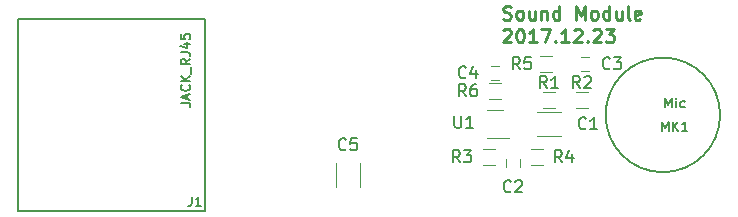
<source format=gbr>
G04 #@! TF.FileFunction,Legend,Top*
%FSLAX46Y46*%
G04 Gerber Fmt 4.6, Leading zero omitted, Abs format (unit mm)*
G04 Created by KiCad (PCBNEW 4.0.7) date 01/10/18 16:34:07*
%MOMM*%
%LPD*%
G01*
G04 APERTURE LIST*
%ADD10C,0.150000*%
%ADD11C,0.228600*%
%ADD12C,0.120000*%
%ADD13C,0.149860*%
%ADD14C,0.152400*%
G04 APERTURE END LIST*
D10*
D11*
X63717714Y-27431093D02*
X63881000Y-27485521D01*
X64153143Y-27485521D01*
X64262000Y-27431093D01*
X64316429Y-27376664D01*
X64370857Y-27267807D01*
X64370857Y-27158950D01*
X64316429Y-27050093D01*
X64262000Y-26995664D01*
X64153143Y-26941236D01*
X63935429Y-26886807D01*
X63826571Y-26832379D01*
X63772143Y-26777950D01*
X63717714Y-26669093D01*
X63717714Y-26560236D01*
X63772143Y-26451379D01*
X63826571Y-26396950D01*
X63935429Y-26342521D01*
X64207571Y-26342521D01*
X64370857Y-26396950D01*
X65024000Y-27485521D02*
X64915142Y-27431093D01*
X64860714Y-27376664D01*
X64806285Y-27267807D01*
X64806285Y-26941236D01*
X64860714Y-26832379D01*
X64915142Y-26777950D01*
X65024000Y-26723521D01*
X65187285Y-26723521D01*
X65296142Y-26777950D01*
X65350571Y-26832379D01*
X65405000Y-26941236D01*
X65405000Y-27267807D01*
X65350571Y-27376664D01*
X65296142Y-27431093D01*
X65187285Y-27485521D01*
X65024000Y-27485521D01*
X66384714Y-26723521D02*
X66384714Y-27485521D01*
X65894857Y-26723521D02*
X65894857Y-27322236D01*
X65949285Y-27431093D01*
X66058143Y-27485521D01*
X66221428Y-27485521D01*
X66330285Y-27431093D01*
X66384714Y-27376664D01*
X66929000Y-26723521D02*
X66929000Y-27485521D01*
X66929000Y-26832379D02*
X66983428Y-26777950D01*
X67092286Y-26723521D01*
X67255571Y-26723521D01*
X67364428Y-26777950D01*
X67418857Y-26886807D01*
X67418857Y-27485521D01*
X68453000Y-27485521D02*
X68453000Y-26342521D01*
X68453000Y-27431093D02*
X68344143Y-27485521D01*
X68126429Y-27485521D01*
X68017571Y-27431093D01*
X67963143Y-27376664D01*
X67908714Y-27267807D01*
X67908714Y-26941236D01*
X67963143Y-26832379D01*
X68017571Y-26777950D01*
X68126429Y-26723521D01*
X68344143Y-26723521D01*
X68453000Y-26777950D01*
X69868143Y-27485521D02*
X69868143Y-26342521D01*
X70249143Y-27158950D01*
X70630143Y-26342521D01*
X70630143Y-27485521D01*
X71337715Y-27485521D02*
X71228857Y-27431093D01*
X71174429Y-27376664D01*
X71120000Y-27267807D01*
X71120000Y-26941236D01*
X71174429Y-26832379D01*
X71228857Y-26777950D01*
X71337715Y-26723521D01*
X71501000Y-26723521D01*
X71609857Y-26777950D01*
X71664286Y-26832379D01*
X71718715Y-26941236D01*
X71718715Y-27267807D01*
X71664286Y-27376664D01*
X71609857Y-27431093D01*
X71501000Y-27485521D01*
X71337715Y-27485521D01*
X72698429Y-27485521D02*
X72698429Y-26342521D01*
X72698429Y-27431093D02*
X72589572Y-27485521D01*
X72371858Y-27485521D01*
X72263000Y-27431093D01*
X72208572Y-27376664D01*
X72154143Y-27267807D01*
X72154143Y-26941236D01*
X72208572Y-26832379D01*
X72263000Y-26777950D01*
X72371858Y-26723521D01*
X72589572Y-26723521D01*
X72698429Y-26777950D01*
X73732572Y-26723521D02*
X73732572Y-27485521D01*
X73242715Y-26723521D02*
X73242715Y-27322236D01*
X73297143Y-27431093D01*
X73406001Y-27485521D01*
X73569286Y-27485521D01*
X73678143Y-27431093D01*
X73732572Y-27376664D01*
X74440144Y-27485521D02*
X74331286Y-27431093D01*
X74276858Y-27322236D01*
X74276858Y-26342521D01*
X75311000Y-27431093D02*
X75202143Y-27485521D01*
X74984429Y-27485521D01*
X74875572Y-27431093D01*
X74821143Y-27322236D01*
X74821143Y-26886807D01*
X74875572Y-26777950D01*
X74984429Y-26723521D01*
X75202143Y-26723521D01*
X75311000Y-26777950D01*
X75365429Y-26886807D01*
X75365429Y-26995664D01*
X74821143Y-27104521D01*
X63717714Y-28394479D02*
X63772143Y-28340050D01*
X63881000Y-28285621D01*
X64153143Y-28285621D01*
X64262000Y-28340050D01*
X64316429Y-28394479D01*
X64370857Y-28503336D01*
X64370857Y-28612193D01*
X64316429Y-28775479D01*
X63663286Y-29428621D01*
X64370857Y-29428621D01*
X65078428Y-28285621D02*
X65187285Y-28285621D01*
X65296142Y-28340050D01*
X65350571Y-28394479D01*
X65405000Y-28503336D01*
X65459428Y-28721050D01*
X65459428Y-28993193D01*
X65405000Y-29210907D01*
X65350571Y-29319764D01*
X65296142Y-29374193D01*
X65187285Y-29428621D01*
X65078428Y-29428621D01*
X64969571Y-29374193D01*
X64915142Y-29319764D01*
X64860714Y-29210907D01*
X64806285Y-28993193D01*
X64806285Y-28721050D01*
X64860714Y-28503336D01*
X64915142Y-28394479D01*
X64969571Y-28340050D01*
X65078428Y-28285621D01*
X66547999Y-29428621D02*
X65894856Y-29428621D01*
X66221428Y-29428621D02*
X66221428Y-28285621D01*
X66112571Y-28448907D01*
X66003713Y-28557764D01*
X65894856Y-28612193D01*
X66928999Y-28285621D02*
X67690999Y-28285621D01*
X67201142Y-29428621D01*
X68126427Y-29319764D02*
X68180855Y-29374193D01*
X68126427Y-29428621D01*
X68071998Y-29374193D01*
X68126427Y-29319764D01*
X68126427Y-29428621D01*
X69269427Y-29428621D02*
X68616284Y-29428621D01*
X68942856Y-29428621D02*
X68942856Y-28285621D01*
X68833999Y-28448907D01*
X68725141Y-28557764D01*
X68616284Y-28612193D01*
X69704855Y-28394479D02*
X69759284Y-28340050D01*
X69868141Y-28285621D01*
X70140284Y-28285621D01*
X70249141Y-28340050D01*
X70303570Y-28394479D01*
X70357998Y-28503336D01*
X70357998Y-28612193D01*
X70303570Y-28775479D01*
X69650427Y-29428621D01*
X70357998Y-29428621D01*
X70847855Y-29319764D02*
X70902283Y-29374193D01*
X70847855Y-29428621D01*
X70793426Y-29374193D01*
X70847855Y-29319764D01*
X70847855Y-29428621D01*
X71337712Y-28394479D02*
X71392141Y-28340050D01*
X71500998Y-28285621D01*
X71773141Y-28285621D01*
X71881998Y-28340050D01*
X71936427Y-28394479D01*
X71990855Y-28503336D01*
X71990855Y-28612193D01*
X71936427Y-28775479D01*
X71283284Y-29428621D01*
X71990855Y-29428621D01*
X72371855Y-28285621D02*
X73079426Y-28285621D01*
X72698426Y-28721050D01*
X72861712Y-28721050D01*
X72970569Y-28775479D01*
X73024998Y-28829907D01*
X73079426Y-28938764D01*
X73079426Y-29210907D01*
X73024998Y-29319764D01*
X72970569Y-29374193D01*
X72861712Y-29428621D01*
X72535140Y-29428621D01*
X72426283Y-29374193D01*
X72371855Y-29319764D01*
D12*
X65116000Y-39274000D02*
X65116000Y-39974000D01*
X63916000Y-39974000D02*
X63916000Y-39274000D01*
X70262000Y-30642000D02*
X70962000Y-30642000D01*
X70962000Y-31842000D02*
X70262000Y-31842000D01*
X62642000Y-31404000D02*
X63342000Y-31404000D01*
X63342000Y-32604000D02*
X62642000Y-32604000D01*
X68064000Y-34970000D02*
X67064000Y-34970000D01*
X67064000Y-33610000D02*
X68064000Y-33610000D01*
X70858000Y-34970000D02*
X69858000Y-34970000D01*
X69858000Y-33610000D02*
X70858000Y-33610000D01*
X62984000Y-39796000D02*
X61984000Y-39796000D01*
X61984000Y-38436000D02*
X62984000Y-38436000D01*
X67048000Y-39796000D02*
X66048000Y-39796000D01*
X66048000Y-38436000D02*
X67048000Y-38436000D01*
X67810000Y-31922000D02*
X66810000Y-31922000D01*
X66810000Y-30562000D02*
X67810000Y-30562000D01*
X63492000Y-34208000D02*
X62492000Y-34208000D01*
X62492000Y-32848000D02*
X63492000Y-32848000D01*
X66564000Y-37342000D02*
X68564000Y-37342000D01*
X68564000Y-35302000D02*
X66564000Y-35302000D01*
D13*
X22660000Y-27430000D02*
X38410000Y-27430000D01*
X38410000Y-27430000D02*
X38410000Y-43690000D01*
X38410000Y-43690000D02*
X22660000Y-43690000D01*
X22660000Y-43690000D02*
X22660000Y-27430000D01*
D12*
X62292000Y-37482000D02*
X64192000Y-37482000D01*
X63692000Y-35162000D02*
X62292000Y-35162000D01*
D14*
X82066000Y-35560000D02*
G75*
G03X82066000Y-35560000I-4850000J0D01*
G01*
D12*
X49526000Y-39640000D02*
X49526000Y-41640000D01*
X51566000Y-41640000D02*
X51566000Y-39640000D01*
D10*
X64349334Y-42013143D02*
X64301715Y-42060762D01*
X64158858Y-42108381D01*
X64063620Y-42108381D01*
X63920762Y-42060762D01*
X63825524Y-41965524D01*
X63777905Y-41870286D01*
X63730286Y-41679810D01*
X63730286Y-41536952D01*
X63777905Y-41346476D01*
X63825524Y-41251238D01*
X63920762Y-41156000D01*
X64063620Y-41108381D01*
X64158858Y-41108381D01*
X64301715Y-41156000D01*
X64349334Y-41203619D01*
X64730286Y-41203619D02*
X64777905Y-41156000D01*
X64873143Y-41108381D01*
X65111239Y-41108381D01*
X65206477Y-41156000D01*
X65254096Y-41203619D01*
X65301715Y-41298857D01*
X65301715Y-41394095D01*
X65254096Y-41536952D01*
X64682667Y-42108381D01*
X65301715Y-42108381D01*
X72731334Y-31599143D02*
X72683715Y-31646762D01*
X72540858Y-31694381D01*
X72445620Y-31694381D01*
X72302762Y-31646762D01*
X72207524Y-31551524D01*
X72159905Y-31456286D01*
X72112286Y-31265810D01*
X72112286Y-31122952D01*
X72159905Y-30932476D01*
X72207524Y-30837238D01*
X72302762Y-30742000D01*
X72445620Y-30694381D01*
X72540858Y-30694381D01*
X72683715Y-30742000D01*
X72731334Y-30789619D01*
X73064667Y-30694381D02*
X73683715Y-30694381D01*
X73350381Y-31075333D01*
X73493239Y-31075333D01*
X73588477Y-31122952D01*
X73636096Y-31170571D01*
X73683715Y-31265810D01*
X73683715Y-31503905D01*
X73636096Y-31599143D01*
X73588477Y-31646762D01*
X73493239Y-31694381D01*
X73207524Y-31694381D01*
X73112286Y-31646762D01*
X73064667Y-31599143D01*
X60539334Y-32361143D02*
X60491715Y-32408762D01*
X60348858Y-32456381D01*
X60253620Y-32456381D01*
X60110762Y-32408762D01*
X60015524Y-32313524D01*
X59967905Y-32218286D01*
X59920286Y-32027810D01*
X59920286Y-31884952D01*
X59967905Y-31694476D01*
X60015524Y-31599238D01*
X60110762Y-31504000D01*
X60253620Y-31456381D01*
X60348858Y-31456381D01*
X60491715Y-31504000D01*
X60539334Y-31551619D01*
X61396477Y-31789714D02*
X61396477Y-32456381D01*
X61158381Y-31408762D02*
X60920286Y-32123048D01*
X61539334Y-32123048D01*
X67397334Y-33292381D02*
X67064000Y-32816190D01*
X66825905Y-33292381D02*
X66825905Y-32292381D01*
X67206858Y-32292381D01*
X67302096Y-32340000D01*
X67349715Y-32387619D01*
X67397334Y-32482857D01*
X67397334Y-32625714D01*
X67349715Y-32720952D01*
X67302096Y-32768571D01*
X67206858Y-32816190D01*
X66825905Y-32816190D01*
X68349715Y-33292381D02*
X67778286Y-33292381D01*
X68064000Y-33292381D02*
X68064000Y-32292381D01*
X67968762Y-32435238D01*
X67873524Y-32530476D01*
X67778286Y-32578095D01*
X70191334Y-33292381D02*
X69858000Y-32816190D01*
X69619905Y-33292381D02*
X69619905Y-32292381D01*
X70000858Y-32292381D01*
X70096096Y-32340000D01*
X70143715Y-32387619D01*
X70191334Y-32482857D01*
X70191334Y-32625714D01*
X70143715Y-32720952D01*
X70096096Y-32768571D01*
X70000858Y-32816190D01*
X69619905Y-32816190D01*
X70572286Y-32387619D02*
X70619905Y-32340000D01*
X70715143Y-32292381D01*
X70953239Y-32292381D01*
X71048477Y-32340000D01*
X71096096Y-32387619D01*
X71143715Y-32482857D01*
X71143715Y-32578095D01*
X71096096Y-32720952D01*
X70524667Y-33292381D01*
X71143715Y-33292381D01*
X60031334Y-39568381D02*
X59698000Y-39092190D01*
X59459905Y-39568381D02*
X59459905Y-38568381D01*
X59840858Y-38568381D01*
X59936096Y-38616000D01*
X59983715Y-38663619D01*
X60031334Y-38758857D01*
X60031334Y-38901714D01*
X59983715Y-38996952D01*
X59936096Y-39044571D01*
X59840858Y-39092190D01*
X59459905Y-39092190D01*
X60364667Y-38568381D02*
X60983715Y-38568381D01*
X60650381Y-38949333D01*
X60793239Y-38949333D01*
X60888477Y-38996952D01*
X60936096Y-39044571D01*
X60983715Y-39139810D01*
X60983715Y-39377905D01*
X60936096Y-39473143D01*
X60888477Y-39520762D01*
X60793239Y-39568381D01*
X60507524Y-39568381D01*
X60412286Y-39520762D01*
X60364667Y-39473143D01*
X68667334Y-39568381D02*
X68334000Y-39092190D01*
X68095905Y-39568381D02*
X68095905Y-38568381D01*
X68476858Y-38568381D01*
X68572096Y-38616000D01*
X68619715Y-38663619D01*
X68667334Y-38758857D01*
X68667334Y-38901714D01*
X68619715Y-38996952D01*
X68572096Y-39044571D01*
X68476858Y-39092190D01*
X68095905Y-39092190D01*
X69524477Y-38901714D02*
X69524477Y-39568381D01*
X69286381Y-38520762D02*
X69048286Y-39235048D01*
X69667334Y-39235048D01*
X65111334Y-31694381D02*
X64778000Y-31218190D01*
X64539905Y-31694381D02*
X64539905Y-30694381D01*
X64920858Y-30694381D01*
X65016096Y-30742000D01*
X65063715Y-30789619D01*
X65111334Y-30884857D01*
X65111334Y-31027714D01*
X65063715Y-31122952D01*
X65016096Y-31170571D01*
X64920858Y-31218190D01*
X64539905Y-31218190D01*
X66016096Y-30694381D02*
X65539905Y-30694381D01*
X65492286Y-31170571D01*
X65539905Y-31122952D01*
X65635143Y-31075333D01*
X65873239Y-31075333D01*
X65968477Y-31122952D01*
X66016096Y-31170571D01*
X66063715Y-31265810D01*
X66063715Y-31503905D01*
X66016096Y-31599143D01*
X65968477Y-31646762D01*
X65873239Y-31694381D01*
X65635143Y-31694381D01*
X65539905Y-31646762D01*
X65492286Y-31599143D01*
X60539334Y-33980381D02*
X60206000Y-33504190D01*
X59967905Y-33980381D02*
X59967905Y-32980381D01*
X60348858Y-32980381D01*
X60444096Y-33028000D01*
X60491715Y-33075619D01*
X60539334Y-33170857D01*
X60539334Y-33313714D01*
X60491715Y-33408952D01*
X60444096Y-33456571D01*
X60348858Y-33504190D01*
X59967905Y-33504190D01*
X61396477Y-32980381D02*
X61206000Y-32980381D01*
X61110762Y-33028000D01*
X61063143Y-33075619D01*
X60967905Y-33218476D01*
X60920286Y-33408952D01*
X60920286Y-33789905D01*
X60967905Y-33885143D01*
X61015524Y-33932762D01*
X61110762Y-33980381D01*
X61301239Y-33980381D01*
X61396477Y-33932762D01*
X61444096Y-33885143D01*
X61491715Y-33789905D01*
X61491715Y-33551810D01*
X61444096Y-33456571D01*
X61396477Y-33408952D01*
X61301239Y-33361333D01*
X61110762Y-33361333D01*
X61015524Y-33408952D01*
X60967905Y-33456571D01*
X60920286Y-33551810D01*
X70699334Y-36679143D02*
X70651715Y-36726762D01*
X70508858Y-36774381D01*
X70413620Y-36774381D01*
X70270762Y-36726762D01*
X70175524Y-36631524D01*
X70127905Y-36536286D01*
X70080286Y-36345810D01*
X70080286Y-36202952D01*
X70127905Y-36012476D01*
X70175524Y-35917238D01*
X70270762Y-35822000D01*
X70413620Y-35774381D01*
X70508858Y-35774381D01*
X70651715Y-35822000D01*
X70699334Y-35869619D01*
X71651715Y-36774381D02*
X71080286Y-36774381D01*
X71366000Y-36774381D02*
X71366000Y-35774381D01*
X71270762Y-35917238D01*
X71175524Y-36012476D01*
X71080286Y-36060095D01*
X37325334Y-42487905D02*
X37325334Y-43059333D01*
X37287238Y-43173619D01*
X37211048Y-43249810D01*
X37096762Y-43287905D01*
X37020572Y-43287905D01*
X38125334Y-43287905D02*
X37668191Y-43287905D01*
X37896762Y-43287905D02*
X37896762Y-42487905D01*
X37820572Y-42602190D01*
X37744381Y-42678381D01*
X37668191Y-42716476D01*
X36391905Y-34550000D02*
X36963333Y-34550000D01*
X37077619Y-34588096D01*
X37153810Y-34664286D01*
X37191905Y-34778572D01*
X37191905Y-34854762D01*
X36963333Y-34207143D02*
X36963333Y-33826191D01*
X37191905Y-34283334D02*
X36391905Y-34016667D01*
X37191905Y-33750000D01*
X37115714Y-33026191D02*
X37153810Y-33064286D01*
X37191905Y-33178572D01*
X37191905Y-33254762D01*
X37153810Y-33369048D01*
X37077619Y-33445239D01*
X37001429Y-33483334D01*
X36849048Y-33521429D01*
X36734762Y-33521429D01*
X36582381Y-33483334D01*
X36506190Y-33445239D01*
X36430000Y-33369048D01*
X36391905Y-33254762D01*
X36391905Y-33178572D01*
X36430000Y-33064286D01*
X36468095Y-33026191D01*
X37191905Y-32683334D02*
X36391905Y-32683334D01*
X37191905Y-32226191D02*
X36734762Y-32569048D01*
X36391905Y-32226191D02*
X36849048Y-32683334D01*
X37268095Y-32073810D02*
X37268095Y-31464286D01*
X37191905Y-30816667D02*
X36810952Y-31083334D01*
X37191905Y-31273810D02*
X36391905Y-31273810D01*
X36391905Y-30969048D01*
X36430000Y-30892857D01*
X36468095Y-30854762D01*
X36544286Y-30816667D01*
X36658571Y-30816667D01*
X36734762Y-30854762D01*
X36772857Y-30892857D01*
X36810952Y-30969048D01*
X36810952Y-31273810D01*
X36391905Y-30245238D02*
X36963333Y-30245238D01*
X37077619Y-30283334D01*
X37153810Y-30359524D01*
X37191905Y-30473810D01*
X37191905Y-30550000D01*
X36658571Y-29521429D02*
X37191905Y-29521429D01*
X36353810Y-29711905D02*
X36925238Y-29902381D01*
X36925238Y-29407143D01*
X36391905Y-28721428D02*
X36391905Y-29102381D01*
X36772857Y-29140476D01*
X36734762Y-29102381D01*
X36696667Y-29026190D01*
X36696667Y-28835714D01*
X36734762Y-28759524D01*
X36772857Y-28721428D01*
X36849048Y-28683333D01*
X37039524Y-28683333D01*
X37115714Y-28721428D01*
X37153810Y-28759524D01*
X37191905Y-28835714D01*
X37191905Y-29026190D01*
X37153810Y-29102381D01*
X37115714Y-29140476D01*
X59563095Y-35647381D02*
X59563095Y-36456905D01*
X59610714Y-36552143D01*
X59658333Y-36599762D01*
X59753571Y-36647381D01*
X59944048Y-36647381D01*
X60039286Y-36599762D01*
X60086905Y-36552143D01*
X60134524Y-36456905D01*
X60134524Y-35647381D01*
X61134524Y-36647381D02*
X60563095Y-36647381D01*
X60848809Y-36647381D02*
X60848809Y-35647381D01*
X60753571Y-35790238D01*
X60658333Y-35885476D01*
X60563095Y-35933095D01*
X77168381Y-36921905D02*
X77168381Y-36121905D01*
X77435048Y-36693333D01*
X77701715Y-36121905D01*
X77701715Y-36921905D01*
X78082667Y-36921905D02*
X78082667Y-36121905D01*
X78539810Y-36921905D02*
X78196953Y-36464762D01*
X78539810Y-36121905D02*
X78082667Y-36579048D01*
X79301715Y-36921905D02*
X78844572Y-36921905D01*
X79073143Y-36921905D02*
X79073143Y-36121905D01*
X78996953Y-36236190D01*
X78920762Y-36312381D01*
X78844572Y-36350476D01*
X77416000Y-34921905D02*
X77416000Y-34121905D01*
X77682667Y-34693333D01*
X77949334Y-34121905D01*
X77949334Y-34921905D01*
X78330286Y-34921905D02*
X78330286Y-34388571D01*
X78330286Y-34121905D02*
X78292191Y-34160000D01*
X78330286Y-34198095D01*
X78368381Y-34160000D01*
X78330286Y-34121905D01*
X78330286Y-34198095D01*
X79054095Y-34883810D02*
X78977905Y-34921905D01*
X78825524Y-34921905D01*
X78749333Y-34883810D01*
X78711238Y-34845714D01*
X78673143Y-34769524D01*
X78673143Y-34540952D01*
X78711238Y-34464762D01*
X78749333Y-34426667D01*
X78825524Y-34388571D01*
X78977905Y-34388571D01*
X79054095Y-34426667D01*
X50379334Y-38457143D02*
X50331715Y-38504762D01*
X50188858Y-38552381D01*
X50093620Y-38552381D01*
X49950762Y-38504762D01*
X49855524Y-38409524D01*
X49807905Y-38314286D01*
X49760286Y-38123810D01*
X49760286Y-37980952D01*
X49807905Y-37790476D01*
X49855524Y-37695238D01*
X49950762Y-37600000D01*
X50093620Y-37552381D01*
X50188858Y-37552381D01*
X50331715Y-37600000D01*
X50379334Y-37647619D01*
X51284096Y-37552381D02*
X50807905Y-37552381D01*
X50760286Y-38028571D01*
X50807905Y-37980952D01*
X50903143Y-37933333D01*
X51141239Y-37933333D01*
X51236477Y-37980952D01*
X51284096Y-38028571D01*
X51331715Y-38123810D01*
X51331715Y-38361905D01*
X51284096Y-38457143D01*
X51236477Y-38504762D01*
X51141239Y-38552381D01*
X50903143Y-38552381D01*
X50807905Y-38504762D01*
X50760286Y-38457143D01*
M02*

</source>
